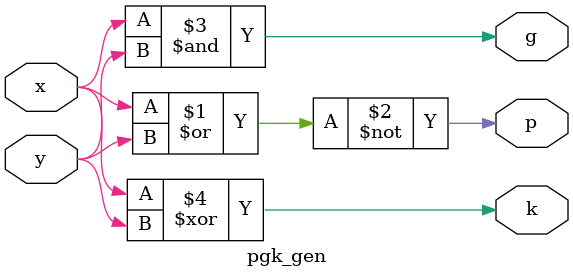
<source format=v>
module pgk_gen (
    output p, g, k,
    input x, y
);
    assign p = ~(x | y);  // Propagate
    assign g = x & y;     // Generate
    assign k = x ^ y;     // XOR
endmodule

</source>
